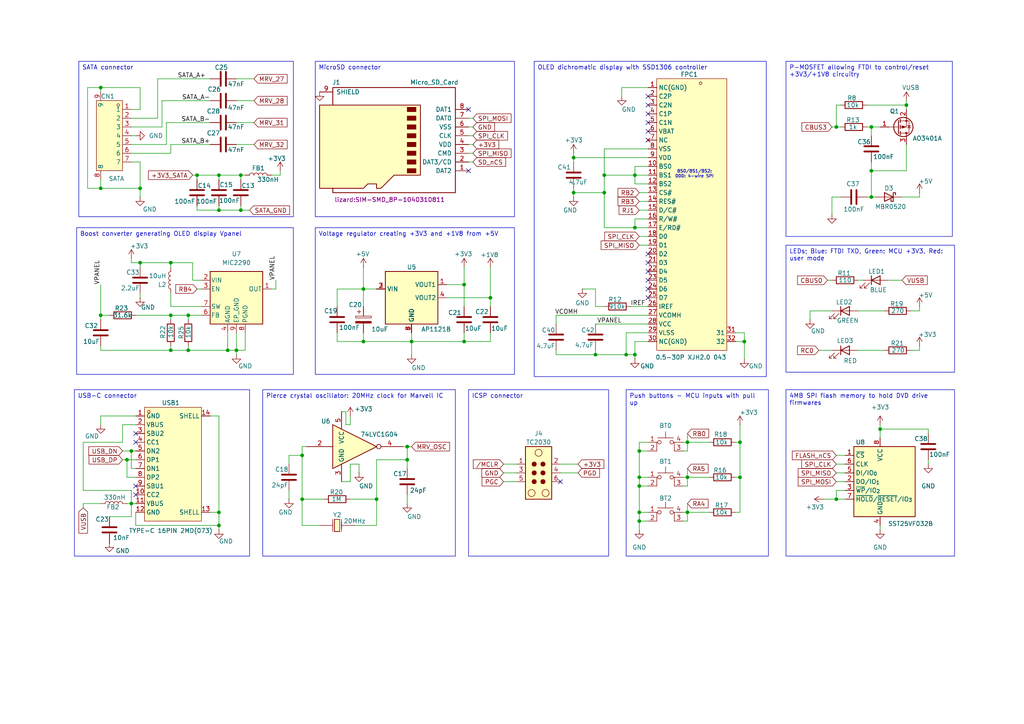
<source format=kicad_sch>
(kicad_sch (version 20250114) (generator "eeschema") (generator_version "9.0")
  (paper "A4")
  (text "BS0/BS1/BS2:\n000: 4-wire SPI" (at 201.422 50.546 0) (effects (font (size 0.889 0.889))))
  (text_box "Boost converter generating OLED display Vpanel" (at 22.225 66.04 0) (size 62.865 42.545) (margins 0.9525 0.9525 0.9525 0.9525) (effects (font (size 1.27 1.27)) (justify left top)))
  (text_box "4MB SPI flash memory to hold DVD drive firmwares" (at 227.965 113.03 0) (size 48.895 48.26) (margins 0.9525 0.9525 0.9525 0.9525) (effects (font (size 1.27 1.27)) (justify left top)))
  (text_box "Voltage regulator creating +3V3 and +1V8 from +5V" (at 91.44 66.04 0) (size 57.785 42.545) (margins 0.9525 0.9525 0.9525 0.9525) (effects (font (size 1.27 1.27)) (justify left top)))
  (text_box "Pierce crystal oscillator: 20MHz clock for Marvell IC" (at 76.2 113.03 0) (size 55.88 48.26) (margins 0.9525 0.9525 0.9525 0.9525) (effects (font (size 1.27 1.27)) (justify left top)))
  (text_box "USB-C connector" (at 21.59 113.03 0) (size 50.8 48.26) (margins 0.9525 0.9525 0.9525 0.9525) (effects (font (size 1.27 1.27)) (justify left top)))
  (text_box "SATA connector" (at 22.86 17.78 0) (size 62.23 45.085) (margins 0.9525 0.9525 0.9525 0.9525) (effects (font (size 1.27 1.27)) (justify left top)))
  (text_box "OLED dichromatic display with SSD1306 controller" (at 154.94 17.78 0) (size 67.31 91.44) (margins 0.9525 0.9525 0.9525 0.9525) (effects (font (size 1.27 1.27)) (justify left top)))
  (text_box "Push buttons - MCU inputs with pull up" (at 181.61 113.03 0) (size 41.275 48.26) (margins 0.9525 0.9525 0.9525 0.9525) (effects (font (size 1.27 1.27)) (justify left top)))
  (text_box "MicroSD connector" (at 91.44 17.78 0) (size 57.785 45.085) (margins 0.9525 0.9525 0.9525 0.9525) (effects (font (size 1.27 1.27)) (justify left top)))
  (text_box "P-MOSFET allowing FTDI to control/reset +3V3/+1V8 circuitry" (at 227.965 17.78 0) (size 48.26 50.8) (margins 0.9525 0.9525 0.9525 0.9525) (effects (font (size 1.27 1.27)) (justify left top)))
  (text_box "LEDs; Blue: FTDI TXD, Green: MCU +3V3, Red: user mode" (at 227.965 71.12 0) (size 48.895 36.83) (margins 0.9525 0.9525 0.9525 0.9525) (effects (font (size 1.27 1.27)) (justify left top)))
  (text_box "ICSP connector" (at 135.89 113.03 0) (size 40.64 48.26) (margins 0.9525 0.9525 0.9525 0.9525) (effects (font (size 1.27 1.27)) (justify left top)))
  (junction (at 185.42 130.81))
  (junction (at 49.53 91.44))
  (junction (at 185.42 151.13))
  (junction (at 54.61 101.6))
  (junction (at 252.73 49.53))
  (junction (at 63.5 148.59))
  (junction (at 185.42 140.97))
  (junction (at 214.63 138.43))
  (junction (at 184.15 66.04))
  (junction (at 105.41 99.06))
  (junction (at 38.1 130.81))
  (junction (at 255.27 124.46))
  (junction (at 118.11 133.35))
  (junction (at 40.64 54.61))
  (junction (at 184.15 102.87))
  (junction (at 49.53 76.2))
  (junction (at 63.5 60.96))
  (junction (at 252.73 57.15))
  (junction (at 29.21 54.61))
  (junction (at 87.63 132.08))
  (junction (at 172.72 102.87))
  (junction (at 214.63 128.27))
  (junction (at 181.61 102.87))
  (junction (at 68.58 101.6))
  (junction (at 184.15 50.8))
  (junction (at 199.39 128.27))
  (junction (at 175.26 55.88))
  (junction (at 119.38 99.06))
  (junction (at 29.21 91.44))
  (junction (at 185.42 138.43))
  (junction (at 57.15 50.8))
  (junction (at 87.63 144.78))
  (junction (at 242.57 36.83))
  (junction (at 134.62 82.55))
  (junction (at 63.5 152.4))
  (junction (at 242.57 144.78))
  (junction (at 69.85 50.8))
  (junction (at 199.39 148.59))
  (junction (at 69.85 60.96))
  (junction (at 54.61 91.44))
  (junction (at 262.89 30.48))
  (junction (at 134.62 99.06))
  (junction (at 215.9 99.06))
  (junction (at 49.53 101.6))
  (junction (at 118.11 129.54))
  (junction (at 36.83 133.35))
  (junction (at 142.24 86.36))
  (junction (at 252.73 36.83))
  (junction (at 166.37 55.88))
  (junction (at 38.1 146.05))
  (junction (at 166.37 45.72))
  (junction (at 175.26 50.8))
  (junction (at 185.42 148.59))
  (junction (at 63.5 50.8))
  (junction (at 199.39 138.43))
  (junction (at 29.21 25.4))
  (junction (at 105.41 83.82))
  (junction (at 66.04 101.6))
  (junction (at 109.22 144.78))
  (junction (at 40.64 76.2))
  (no_connect (at 39.37 128.27))
  (no_connect (at 187.96 35.56))
  (no_connect (at 187.96 40.64))
  (no_connect (at 187.96 78.74))
  (no_connect (at 39.37 125.73))
  (no_connect (at 187.96 30.48))
  (no_connect (at 187.96 81.28))
  (no_connect (at 187.96 76.2))
  (no_connect (at 187.96 83.82))
  (no_connect (at 162.56 139.7))
  (no_connect (at 39.37 140.97))
  (no_connect (at 135.89 31.75))
  (no_connect (at 187.96 86.36))
  (no_connect (at 187.96 38.1))
  (no_connect (at 187.96 27.94))
  (no_connect (at 39.37 143.51))
  (no_connect (at 187.96 73.66))
  (no_connect (at 187.96 33.02))
  (no_connect (at 135.89 49.53))
  (wire (pts (xy 25.4 25.4) (xy 25.4 54.61)))
  (wire (pts (xy 109.22 133.35) (xy 118.11 133.35)))
  (wire (pts (xy 166.37 45.72) (xy 166.37 46.99)))
  (wire (pts (xy 55.88 76.2) (xy 55.88 81.28)))
  (wire (pts (xy 97.79 99.06) (xy 105.41 99.06)))
  (wire (pts (xy 35.56 128.27) (xy 35.56 123.19)))
  (wire (pts (xy 35.56 130.81) (xy 38.1 130.81)))
  (wire (pts (xy 105.41 96.52) (xy 105.41 99.06)))
  (wire (pts (xy 78.74 50.8) (xy 81.28 50.8)))
  (wire (pts (xy 161.29 102.87) (xy 161.29 101.6)))
  (wire (pts (xy 135.89 44.45) (xy 137.16 44.45)))
  (wire (pts (xy 175.26 55.88) (xy 175.26 66.04)))
  (wire (pts (xy 49.53 76.2) (xy 55.88 76.2)))
  (wire (pts (xy 242.57 139.7) (xy 245.11 139.7)))
  (wire (pts (xy 129.54 86.36) (xy 142.24 86.36)))
  (wire (pts (xy 234.95 92.71) (xy 234.95 90.17)))
  (wire (pts (xy 87.63 152.4) (xy 92.71 152.4)))
  (wire (pts (xy 242.57 142.24) (xy 242.57 144.78)))
  (wire (pts (xy 266.7 88.9) (xy 266.7 90.17)))
  (wire (pts (xy 54.61 100.33) (xy 54.61 101.6)))
  (wire (pts (xy 69.85 50.8) (xy 69.85 52.07)))
  (wire (pts (xy 198.12 138.43) (xy 199.39 138.43)))
  (wire (pts (xy 213.36 138.43) (xy 214.63 138.43)))
  (wire (pts (xy 242.57 137.16) (xy 245.11 137.16)))
  (wire (pts (xy 134.62 99.06) (xy 142.24 99.06)))
  (wire (pts (xy 146.05 139.7) (xy 149.86 139.7)))
  (wire (pts (xy 252.73 49.53) (xy 262.89 49.53)))
  (wire (pts (xy 105.41 99.06) (xy 119.38 99.06)))
  (wire (pts (xy 243.84 36.83) (xy 242.57 36.83)))
  (wire (pts (xy 63.5 120.65) (xy 63.5 148.59)))
  (wire (pts (xy 38.1 31.75) (xy 40.64 31.75)))
  (wire (pts (xy 172.72 83.82) (xy 168.91 83.82)))
  (wire (pts (xy 180.34 25.4) (xy 187.96 25.4)))
  (wire (pts (xy 80.01 83.82) (xy 78.74 83.82)))
  (wire (pts (xy 58.42 81.28) (xy 55.88 81.28)))
  (wire (pts (xy 38.1 146.05) (xy 38.1 142.24)))
  (wire (pts (xy 48.26 35.56) (xy 48.26 41.91)))
  (wire (pts (xy 57.15 83.82) (xy 58.42 83.82)))
  (wire (pts (xy 248.92 81.28) (xy 250.19 81.28)))
  (wire (pts (xy 187.96 96.52) (xy 181.61 96.52)))
  (wire (pts (xy 101.6 120.65) (xy 101.6 123.19)))
  (wire (pts (xy 39.37 148.59) (xy 39.37 152.4)))
  (wire (pts (xy 45.72 22.86) (xy 60.96 22.86)))
  (wire (pts (xy 198.12 140.97) (xy 199.39 140.97)))
  (wire (pts (xy 57.15 50.8) (xy 57.15 52.07)))
  (wire (pts (xy 184.15 63.5) (xy 187.96 63.5)))
  (wire (pts (xy 134.62 82.55) (xy 134.62 88.9)))
  (wire (pts (xy 31.75 149.86) (xy 38.1 149.86)))
  (wire (pts (xy 215.9 99.06) (xy 213.36 99.06)))
  (wire (pts (xy 71.12 50.8) (xy 69.85 50.8)))
  (wire (pts (xy 101.6 139.7) (xy 99.06 139.7)))
  (wire (pts (xy 199.39 135.89) (xy 199.39 138.43)))
  (wire (pts (xy 199.39 146.05) (xy 199.39 148.59)))
  (wire (pts (xy 87.63 129.54) (xy 88.9 129.54)))
  (wire (pts (xy 199.39 140.97) (xy 199.39 138.43)))
  (wire (pts (xy 264.16 101.6) (xy 266.7 101.6)))
  (wire (pts (xy 187.96 48.26) (xy 184.15 48.26)))
  (wire (pts (xy 184.15 50.8) (xy 187.96 50.8)))
  (wire (pts (xy 146.05 137.16) (xy 149.86 137.16)))
  (wire (pts (xy 142.24 99.06) (xy 142.24 96.52)))
  (wire (pts (xy 181.61 96.52) (xy 181.61 102.87)))
  (wire (pts (xy 119.38 99.06) (xy 134.62 99.06)))
  (wire (pts (xy 46.99 29.21) (xy 60.96 29.21)))
  (wire (pts (xy 185.42 71.12) (xy 187.96 71.12)))
  (wire (pts (xy 118.11 143.51) (xy 118.11 146.05)))
  (wire (pts (xy 252.73 46.99) (xy 252.73 49.53)))
  (wire (pts (xy 242.57 132.08) (xy 245.11 132.08)))
  (wire (pts (xy 166.37 55.88) (xy 175.26 55.88)))
  (wire (pts (xy 97.79 96.52) (xy 97.79 99.06)))
  (wire (pts (xy 29.21 52.07) (xy 29.21 54.61)))
  (wire (pts (xy 185.42 148.59) (xy 185.42 151.13)))
  (wire (pts (xy 35.56 123.19) (xy 39.37 123.19)))
  (wire (pts (xy 175.26 50.8) (xy 184.15 50.8)))
  (wire (pts (xy 240.03 81.28) (xy 241.3 81.28)))
  (wire (pts (xy 109.22 152.4) (xy 102.87 152.4)))
  (wire (pts (xy 242.57 144.78) (xy 245.11 144.78)))
  (wire (pts (xy 175.26 50.8) (xy 175.26 55.88)))
  (wire (pts (xy 129.54 82.55) (xy 134.62 82.55)))
  (wire (pts (xy 24.13 146.05) (xy 29.21 146.05)))
  (wire (pts (xy 199.39 128.27) (xy 199.39 130.81)))
  (wire (pts (xy 199.39 148.59) (xy 199.39 151.13)))
  (wire (pts (xy 80.01 81.28) (xy 80.01 83.82)))
  (wire (pts (xy 40.64 46.99) (xy 38.1 46.99)))
  (wire (pts (xy 172.72 102.87) (xy 181.61 102.87)))
  (wire (pts (xy 73.66 22.86) (xy 68.58 22.86)))
  (wire (pts (xy 242.57 142.24) (xy 245.11 142.24)))
  (wire (pts (xy 60.96 148.59) (xy 63.5 148.59)))
  (wire (pts (xy 161.29 102.87) (xy 172.72 102.87)))
  (wire (pts (xy 24.13 146.05) (xy 24.13 147.32)))
  (wire (pts (xy 29.21 91.44) (xy 29.21 92.71)))
  (wire (pts (xy 29.21 91.44) (xy 31.75 91.44)))
  (wire (pts (xy 135.89 39.37) (xy 137.16 39.37)))
  (wire (pts (xy 105.41 77.47) (xy 105.41 83.82)))
  (wire (pts (xy 69.85 50.8) (xy 63.5 50.8)))
  (wire (pts (xy 266.7 100.33) (xy 266.7 101.6)))
  (wire (pts (xy 251.46 36.83) (xy 252.73 36.83)))
  (wire (pts (xy 66.04 96.52) (xy 66.04 101.6)))
  (wire (pts (xy 63.5 148.59) (xy 63.5 152.4)))
  (wire (pts (xy 101.6 139.7) (xy 101.6 134.62)))
  (wire (pts (xy 214.63 128.27) (xy 213.36 128.27)))
  (wire (pts (xy 241.3 57.15) (xy 241.3 62.23)))
  (wire (pts (xy 184.15 102.87) (xy 181.61 102.87)))
  (wire (pts (xy 187.96 43.18) (xy 175.26 43.18)))
  (wire (pts (xy 68.58 101.6) (xy 68.58 102.87)))
  (wire (pts (xy 243.84 57.15) (xy 241.3 57.15)))
  (wire (pts (xy 66.04 101.6) (xy 68.58 101.6)))
  (wire (pts (xy 251.46 57.15) (xy 252.73 57.15)))
  (wire (pts (xy 252.73 57.15) (xy 254 57.15)))
  (wire (pts (xy 269.24 133.35) (xy 269.24 134.62)))
  (wire (pts (xy 38.1 130.81) (xy 38.1 135.89)))
  (wire (pts (xy 36.83 133.35) (xy 39.37 133.35)))
  (wire (pts (xy 185.42 130.81) (xy 187.96 130.81)))
  (wire (pts (xy 101.6 134.62) (xy 104.14 134.62)))
  (wire (pts (xy 142.24 86.36) (xy 142.24 88.9)))
  (wire (pts (xy 162.56 134.62) (xy 167.64 134.62)))
  (wire (pts (xy 172.72 88.9) (xy 172.72 83.82)))
  (wire (pts (xy 215.9 96.52) (xy 215.9 99.06)))
  (wire (pts (xy 119.38 96.52) (xy 119.38 99.06)))
  (wire (pts (xy 87.63 144.78) (xy 93.98 144.78)))
  (wire (pts (xy 166.37 55.88) (xy 166.37 57.15)))
  (wire (pts (xy 184.15 48.26) (xy 184.15 50.8)))
  (wire (pts (xy 54.61 91.44) (xy 54.61 92.71)))
  (wire (pts (xy 262.89 29.21) (xy 262.89 30.48)))
  (wire (pts (xy 185.42 130.81) (xy 185.42 138.43)))
  (wire (pts (xy 68.58 101.6) (xy 71.12 101.6)))
  (wire (pts (xy 199.39 125.73) (xy 199.39 128.27)))
  (wire (pts (xy 38.1 74.93) (xy 38.1 76.2)))
  (wire (pts (xy 185.42 60.96) (xy 187.96 60.96)))
  (wire (pts (xy 175.26 66.04) (xy 184.15 66.04)))
  (wire (pts (xy 87.63 132.08) (xy 87.63 144.78)))
  (wire (pts (xy 35.56 133.35) (xy 36.83 133.35)))
  (wire (pts (xy 72.39 60.96) (xy 69.85 60.96)))
  (wire (pts (xy 166.37 55.88) (xy 166.37 54.61)))
  (wire (pts (xy 234.95 90.17) (xy 241.3 90.17)))
  (wire (pts (xy 40.64 25.4) (xy 40.64 31.75)))
  (wire (pts (xy 146.05 134.62) (xy 149.86 134.62)))
  (wire (pts (xy 49.53 41.91) (xy 60.96 41.91)))
  (wire (pts (xy 184.15 53.34) (xy 187.96 53.34)))
  (wire (pts (xy 175.26 43.18) (xy 175.26 50.8)))
  (wire (pts (xy 184.15 50.8) (xy 184.15 53.34)))
  (wire (pts (xy 40.64 57.15) (xy 40.64 54.61)))
  (wire (pts (xy 214.63 128.27) (xy 214.63 138.43)))
  (wire (pts (xy 24.13 128.27) (xy 35.56 128.27)))
  (wire (pts (xy 185.42 58.42) (xy 187.96 58.42)))
  (wire (pts (xy 83.82 142.24) (xy 83.82 144.78)))
  (wire (pts (xy 135.89 46.99) (xy 137.16 46.99)))
  (wire (pts (xy 185.42 128.27) (xy 185.42 130.81)))
  (wire (pts (xy 135.89 41.91) (xy 137.16 41.91)))
  (wire (pts (xy 264.16 90.17) (xy 266.7 90.17)))
  (wire (pts (xy 135.89 36.83) (xy 137.16 36.83)))
  (wire (pts (xy 109.22 144.78) (xy 109.22 133.35)))
  (wire (pts (xy 162.56 137.16) (xy 167.64 137.16)))
  (wire (pts (xy 57.15 59.69) (xy 57.15 60.96)))
  (wire (pts (xy 29.21 100.33) (xy 29.21 101.6)))
  (wire (pts (xy 29.21 25.4) (xy 40.64 25.4)))
  (wire (pts (xy 49.53 101.6) (xy 54.61 101.6)))
  (wire (pts (xy 38.1 135.89) (xy 39.37 135.89)))
  (wire (pts (xy 63.5 50.8) (xy 63.5 52.07)))
  (wire (pts (xy 40.64 86.36) (xy 40.64 85.09)))
  (wire (pts (xy 58.42 88.9) (xy 49.53 88.9)))
  (wire (pts (xy 29.21 82.55) (xy 29.21 91.44)))
  (wire (pts (xy 187.96 138.43) (xy 185.42 138.43)))
  (wire (pts (xy 29.21 101.6) (xy 49.53 101.6)))
  (wire (pts (xy 100.33 123.19) (xy 100.33 119.38)))
  (wire (pts (xy 166.37 44.45) (xy 166.37 45.72)))
  (wire (pts (xy 199.39 151.13) (xy 198.12 151.13)))
  (wire (pts (xy 40.64 54.61) (xy 40.64 46.99)))
  (wire (pts (xy 252.73 39.37) (xy 252.73 36.83)))
  (wire (pts (xy 63.5 153.67) (xy 63.5 152.4)))
  (wire (pts (xy 215.9 99.06) (xy 215.9 104.14)))
  (wire (pts (xy 55.88 50.8) (xy 57.15 50.8)))
  (wire (pts (xy 73.66 41.91) (xy 68.58 41.91)))
  (wire (pts (xy 248.92 101.6) (xy 256.54 101.6)))
  (wire (pts (xy 172.72 93.98) (xy 187.96 93.98)))
  (wire (pts (xy 185.42 151.13) (xy 185.42 153.67)))
  (wire (pts (xy 83.82 132.08) (xy 83.82 134.62)))
  (wire (pts (xy 180.34 27.94) (xy 180.34 25.4)))
  (wire (pts (xy 81.28 49.53) (xy 81.28 50.8)))
  (wire (pts (xy 38.1 142.24) (xy 24.13 142.24)))
  (wire (pts (xy 87.63 129.54) (xy 87.63 132.08)))
  (wire (pts (xy 29.21 123.19) (xy 29.21 120.65)))
  (wire (pts (xy 57.15 50.8) (xy 63.5 50.8)))
  (wire (pts (xy 25.4 54.61) (xy 29.21 54.61)))
  (wire (pts (xy 54.61 101.6) (xy 66.04 101.6)))
  (wire (pts (xy 172.72 88.9) (xy 175.26 88.9)))
  (wire (pts (xy 161.29 93.98) (xy 161.29 91.44)))
  (wire (pts (xy 63.5 59.69) (xy 63.5 60.96)))
  (wire (pts (xy 266.7 57.15) (xy 266.7 55.88)))
  (wire (pts (xy 40.64 54.61) (xy 29.21 54.61)))
  (wire (pts (xy 49.53 41.91) (xy 49.53 44.45)))
  (wire (pts (xy 49.53 101.6) (xy 49.53 100.33)))
  (wire (pts (xy 172.72 102.87) (xy 172.72 101.6)))
  (wire (pts (xy 262.89 30.48) (xy 262.89 31.75)))
  (wire (pts (xy 49.53 44.45) (xy 38.1 44.45)))
  (wire (pts (xy 199.39 128.27) (xy 198.12 128.27)))
  (wire (pts (xy 46.99 29.21) (xy 46.99 36.83)))
  (wire (pts (xy 199.39 138.43) (xy 205.74 138.43)))
  (wire (pts (xy 105.41 88.9) (xy 105.41 83.82)))
  (wire (pts (xy 134.62 77.47) (xy 134.62 82.55)))
  (wire (pts (xy 184.15 99.06) (xy 184.15 102.87)))
  (wire (pts (xy 142.24 77.47) (xy 142.24 86.36)))
  (wire (pts (xy 49.53 91.44) (xy 54.61 91.44)))
  (wire (pts (xy 242.57 134.62) (xy 245.11 134.62)))
  (wire (pts (xy 257.81 81.28) (xy 261.62 81.28)))
  (wire (pts (xy 101.6 144.78) (xy 109.22 144.78)))
  (wire (pts (xy 237.49 101.6) (xy 241.3 101.6)))
  (wire (pts (xy 38.1 149.86) (xy 38.1 146.05)))
  (wire (pts (xy 46.99 36.83) (xy 38.1 36.83)))
  (wire (pts (xy 213.36 96.52) (xy 215.9 96.52)))
  (wire (pts (xy 185.42 151.13) (xy 187.96 151.13)))
  (wire (pts (xy 48.26 41.91) (xy 38.1 41.91)))
  (wire (pts (xy 255.27 152.4) (xy 255.27 153.67)))
  (wire (pts (xy 182.88 88.9) (xy 187.96 88.9)))
  (wire (pts (xy 187.96 148.59) (xy 185.42 148.59)))
  (wire (pts (xy 29.21 25.4) (xy 29.21 26.67)))
  (wire (pts (xy 38.1 39.37) (xy 39.37 39.37)))
  (wire (pts (xy 166.37 45.72) (xy 187.96 45.72)))
  (wire (pts (xy 269.24 125.73) (xy 269.24 124.46)))
  (wire (pts (xy 116.84 129.54) (xy 118.11 129.54)))
  (wire (pts (xy 49.53 92.71) (xy 49.53 91.44)))
  (wire (pts (xy 248.92 90.17) (xy 256.54 90.17)))
  (wire (pts (xy 262.89 49.53) (xy 262.89 41.91)))
  (wire (pts (xy 242.57 36.83) (xy 242.57 30.48)))
  (wire (pts (xy 36.83 138.43) (xy 36.83 133.35)))
  (wire (pts (xy 213.36 148.59) (xy 214.63 148.59)))
  (wire (pts (xy 185.42 140.97) (xy 185.42 148.59)))
  (wire (pts (xy 73.66 35.56) (xy 68.58 35.56)))
  (wire (pts (xy 45.72 22.86) (xy 45.72 34.29)))
  (wire (pts (xy 252.73 57.15) (xy 252.73 49.53)))
  (wire (pts (xy 29.21 25.4) (xy 25.4 25.4)))
  (wire (pts (xy 97.79 83.82) (xy 105.41 83.82)))
  (wire (pts (xy 261.62 57.15) (xy 266.7 57.15)))
  (wire (pts (xy 40.64 76.2) (xy 49.53 76.2)))
  (wire (pts (xy 118.11 133.35) (xy 118.11 129.54)))
  (wire (pts (xy 242.57 30.48) (xy 243.84 30.48)))
  (wire (pts (xy 101.6 123.19) (xy 100.33 123.19)))
  (wire (pts (xy 185.42 138.43) (xy 185.42 140.97)))
  (wire (pts (xy 199.39 148.59) (xy 205.74 148.59)))
  (wire (pts (xy 184.15 66.04) (xy 187.96 66.04)))
  (wire (pts (xy 255.27 123.19) (xy 255.27 124.46)))
  (wire (pts (xy 45.72 34.29) (xy 38.1 34.29)))
  (wire (pts (xy 251.46 30.48) (xy 262.89 30.48)))
  (wire (pts (xy 29.21 120.65) (xy 39.37 120.65)))
  (wire (pts (xy 185.42 68.58) (xy 187.96 68.58)))
  (wire (pts (xy 39.37 91.44) (xy 49.53 91.44)))
  (wire (pts (xy 134.62 96.52) (xy 134.62 99.06)))
  (wire (pts (xy 198.12 148.59) (xy 199.39 148.59)))
  (wire (pts (xy 118.11 133.35) (xy 118.11 135.89)))
  (wire (pts (xy 54.61 91.44) (xy 58.42 91.44)))
  (wire (pts (xy 38.1 76.2) (xy 40.64 76.2)))
  (wire (pts (xy 73.66 29.21) (xy 68.58 29.21)))
  (wire (pts (xy 39.37 152.4) (xy 63.5 152.4)))
  (wire (pts (xy 161.29 91.44) (xy 187.96 91.44)))
  (wire (pts (xy 48.26 35.56) (xy 60.96 35.56)))
  (wire (pts (xy 24.13 142.24) (xy 24.13 128.27)))
  (wire (pts (xy 135.89 34.29) (xy 137.16 34.29)))
  (wire (pts (xy 69.85 60.96) (xy 63.5 60.96)))
  (wire (pts (xy 255.27 124.46) (xy 269.24 124.46)))
  (wire (pts (xy 184.15 102.87) (xy 184.15 104.14)))
  (wire (pts (xy 105.41 83.82) (xy 109.22 83.82)))
  (wire (pts (xy 199.39 128.27) (xy 205.74 128.27)))
  (wire (pts (xy 38.1 146.05) (xy 39.37 146.05)))
  (wire (pts (xy 69.85 60.96) (xy 69.85 59.69)))
  (wire (pts (xy 119.38 102.87) (xy 119.38 99.06)))
  (wire (pts (xy 184.15 63.5) (xy 184.15 66.04)))
  (wire (pts (xy 39.37 138.43) (xy 36.83 138.43)))
  (wire (pts (xy 49.53 77.47) (xy 49.53 76.2)))
  (wire (pts (xy 185.42 55.88) (xy 187.96 55.88)))
  (wire (pts (xy 187.96 128.27) (xy 185.42 128.27)))
  (wire (pts (xy 60.96 120.65) (xy 63.5 120.65)))
  (wire (pts (xy 118.11 129.54) (xy 119.38 129.54)))
  (wire (pts (xy 63.5 60.96) (xy 57.15 60.96)))
  (wire (pts (xy 87.63 144.78) (xy 87.63 152.4)))
  (wire (pts (xy 39.37 130.81) (xy 38.1 130.81)))
  (wire (pts (xy 71.12 96.52) (xy 71.12 101.6)))
  (wire (pts (xy 242.57 36.83) (xy 241.3 36.83)))
  (wire (pts (xy 49.53 85.09) (xy 49.53 88.9)))
  (wire (pts (xy 104.14 137.16) (xy 104.14 134.62)))
  (wire (pts (xy 100.33 119.38) (xy 99.06 119.38)))
  (wire (pts (xy 199.39 130.81) (xy 198.12 130.81)))
  (wire (pts (xy 109.22 152.4) (xy 109.22 144.78)))
  (wire (pts (xy 187.96 99.06) (xy 184.15 99.06)))
  (wire (pts (xy 214.63 138.43) (xy 214.63 148.59)))
  (wire (pts (xy 255.27 124.46) (xy 255.27 127)))
  (wire (pts (xy 83.82 132.08) (xy 87.63 132.08)))
  (wire (pts (xy 214.63 123.19) (xy 214.63 128.27)))
  (wire (pts (xy 40.64 76.2) (xy 40.64 77.47)))
  (wire (pts (xy 68.58 96.52) (xy 68.58 101.6)))
  (wire (pts (xy 252.73 36.83) (xy 255.27 36.83)))
  (wire (pts (xy 238.76 144.78) (xy 242.57 144.78)))
  (wire (pts (xy 185.42 140.97) (xy 187.96 140.97)))
  (wire (pts (xy 97.79 88.9) (xy 97.79 83.82)))
  (wire (pts (xy 36.83 146.05) (xy 38.1 146.05)))
  (label "SATA_B-" (at 60.96 35.56 180))
  (label "SATA_B+" (at 60.96 41.91 180))
  (label "VPANEL" (at 180.34 93.98 180))
  (label "VPANEL" (at 29.21 82.55 90))
  (label "VCOMH" (at 167.64 91.44 180))
  (label "SATA_A-" (at 60.96 29.21 180))
  (label "VPANEL" (at 80.01 81.28 90))
  (label "SATA_A+" (at 59.69 22.86 180))
  (label "IREF" (at 182.88 88.9 0))
  (global_label "RB2" (shape input) (at 185.42 55.88 180) (property "Intersheetrefs" "${INTERSHEET_REFS}" (effects (hide yes))))
  (global_label "RB3" (shape input) (at 185.42 58.42 180) (property "Intersheetrefs" "${INTERSHEET_REFS}" (effects (hide yes))))
  (global_label "VUSB" (shape input) (at 261.62 81.28 0) (property "Intersheetrefs" "${INTERSHEET_REFS}" (effects (hide yes))))
  (global_label "RA5" (shape input) (at 199.39 135.89 0) (property "Intersheetrefs" "${INTERSHEET_REFS}" (effects (hide yes))))
  (global_label "+3V3" (shape input) (at 137.16 41.91 0) (property "Intersheetrefs" "${INTERSHEET_REFS}" (effects (hide yes))))
  (global_label "RA4" (shape input) (at 199.39 146.05 0) (property "Intersheetrefs" "${INTERSHEET_REFS}" (effects (hide yes))))
  (global_label "RB4" (shape input) (at 57.15 83.82 180) (property "Intersheetrefs" "${INTERSHEET_REFS}" (effects (hide yes))))
  (global_label "GND" (shape input) (at 137.16 36.83 0) (property "Intersheetrefs" "${INTERSHEET_REFS}" (effects (hide yes))))
  (global_label "MRV_OSC" (shape input) (at 119.38 129.54 0) (property "Intersheetrefs" "${INTERSHEET_REFS}" (effects (hide yes))))
  (global_label "MRV_27" (shape input) (at 73.66 22.86 0) (property "Intersheetrefs" "${INTERSHEET_REFS}" (effects (hide yes))))
  (global_label "SPI_CLK" (shape input) (at 137.16 39.37 0) (property "Intersheetrefs" "${INTERSHEET_REFS}" (effects (hide yes))))
  (global_label "GND" (shape input) (at 146.05 137.16 180) (property "Intersheetrefs" "${INTERSHEET_REFS}" (effects (hide yes))))
  (global_label "PGC" (shape input) (at 146.05 139.7 180) (property "Intersheetrefs" "${INTERSHEET_REFS}" (effects (hide yes))))
  (global_label "SPI_MISO" (shape input) (at 185.42 71.12 180) (property "Intersheetrefs" "${INTERSHEET_REFS}" (effects (hide yes))))
  (global_label "SD_nCS" (shape input) (at 137.16 46.99 0) (property "Intersheetrefs" "${INTERSHEET_REFS}" (effects (hide yes))))
  (global_label "RC0" (shape input) (at 237.49 101.6 180) (property "Intersheetrefs" "${INTERSHEET_REFS}" (effects (hide yes))))
  (global_label "{slash}MCLR" (shape input) (at 146.05 134.62 180) (property "Intersheetrefs" "${INTERSHEET_REFS}" (effects (hide yes))))
  (global_label "SPI_CLK" (shape input) (at 185.42 68.58 180) (property "Intersheetrefs" "${INTERSHEET_REFS}" (effects (hide yes))))
  (global_label "MRV_28" (shape input) (at 73.66 29.21 0) (property "Intersheetrefs" "${INTERSHEET_REFS}" (effects (hide yes))))
  (global_label "+3V3" (shape input) (at 167.64 134.62 0) (property "Intersheetrefs" "${INTERSHEET_REFS}" (effects (hide yes))))
  (global_label "USB_DN" (shape input) (at 35.56 130.81 180) (property "Intersheetrefs" "${INTERSHEET_REFS}" (effects (hide yes))))
  (global_label "FLASH_nCS" (shape input) (at 242.57 132.08 180) (property "Intersheetrefs" "${INTERSHEET_REFS}" (effects (hide yes))))
  (global_label "SPI_MISO" (shape input) (at 137.16 44.45 0) (property "Intersheetrefs" "${INTERSHEET_REFS}" (effects (hide yes))))
  (global_label "SATA_GND" (shape input) (at 72.39 60.96 0) (property "Intersheetrefs" "${INTERSHEET_REFS}" (effects (hide yes))))
  (global_label "CBUS3" (shape input) (at 241.3 36.83 180) (property "Intersheetrefs" "${INTERSHEET_REFS}" (effects (hide yes))))
  (global_label "SPI_CLK" (shape input) (at 242.57 134.62 180) (property "Intersheetrefs" "${INTERSHEET_REFS}" (effects (hide yes))))
  (global_label "PGD" (shape input) (at 167.64 137.16 0) (property "Intersheetrefs" "${INTERSHEET_REFS}" (effects (hide yes))))
  (global_label "RB0" (shape input) (at 199.39 125.73 0) (property "Intersheetrefs" "${INTERSHEET_REFS}" (effects (hide yes))))
  (global_label "MRV_32" (shape input) (at 73.66 41.91 0) (property "Intersheetrefs" "${INTERSHEET_REFS}" (effects (hide yes))))
  (global_label "RJ1" (shape input) (at 185.42 60.96 180) (property "Intersheetrefs" "${INTERSHEET_REFS}" (effects (hide yes))))
  (global_label "SPI_MOSI" (shape input) (at 242.57 139.7 180) (property "Intersheetrefs" "${INTERSHEET_REFS}" (effects (hide yes))))
  (global_label "SPI_MISO" (shape input) (at 242.57 137.16 180) (property "Intersheetrefs" "${INTERSHEET_REFS}" (effects (hide yes))))
  (global_label "USB_DP" (shape input) (at 35.56 133.35 180) (property "Intersheetrefs" "${INTERSHEET_REFS}" (effects (hide yes))))
  (global_label "MRV_31" (shape input) (at 73.66 35.56 0) (property "Intersheetrefs" "${INTERSHEET_REFS}" (effects (hide yes))))
  (global_label "SPI_MOSI" (shape input) (at 137.16 34.29 0) (property "Intersheetrefs" "${INTERSHEET_REFS}" (effects (hide yes))))
  (global_label "+3V3_SATA" (shape input) (at 55.88 50.8 180) (property "Intersheetrefs" "${INTERSHEET_REFS}" (effects (hide yes))))
  (global_label "CBUS0" (shape input) (at 240.03 81.28 180) (property "Intersheetrefs" "${INTERSHEET_REFS}" (effects (hide yes))))
  (global_label "VUSB" (shape input) (at 24.13 147.32 270) (property "Intersheetrefs" "${INTERSHEET_REFS}" (effects (hide yes))))
  (symbol (lib_id "power:+1V8") (at 142.24 77.47 0) (unit 1)
    (property "Reference" "#PWR06" (effects (hide yes)))
    (property "Value" "+1V8" (at 141.986 73.914 0))
    (property "Description" "Power symbol creates a global label with name \"+1V8\"" (effects (hide yes)))
  )
  (symbol (lib_id "Switch:SW_MEC_5E") (at 193.04 140.97 0) (unit 1)
    (property "Reference" "BT1" (at 193.04 133.858 0))
    (property "Value" "SW_Push" (effects (hide yes)))
    (property "Footprint" "lizard:KEY-SMD_4P-L6.0-W6.0-P4.50-LS9.0" (effects (hide yes)))
    (property "Datasheet" "http://www.apem.com/int/index.php?controller=attachment&id_attachment=1371" (effects (hide yes)))
    (property "Description" "MEC 5E single pole normally-open tactile switch" (effects (hide yes)))
  )
  (symbol (lib_id "Device:C") (at 247.65 57.15 90) (mirror x) (unit 1)
    (property "Reference" "C37" (at 247.396 53.34 90))
    (property "Value" "100nF" (at 247.65 60.706 90))
    (property "Footprint" "Capacitor_SMD:C_0603_1608Metric" (effects (hide yes)))
    (property "Description" "Unpolarized capacitor" (effects (hide yes)))
  )
  (symbol (lib_id "Device:L") (at 49.53 81.28 180) (unit 1)
    (property "Reference" "L2" (at 48.26 82.5501 0) (effects (justify left)))
    (property "Value" "10uH" (at 48.26 80.0101 0) (effects (justify left)))
    (property "Footprint" "Inductor_SMD_Wurth:L_Wurth_WE-LQSH-3012" (effects (hide yes)))
  )
  (symbol (lib_id "lizard:0.5-30PXJH2.0043") (at 201.93 62.23 0) (unit 1)
    (property "Reference" "FPC1" (at 199.898 21.59 0))
    (property "Value" "0.5-30P XJH2.0 043" (at 200.406 103.632 0))
    (property "Footprint" "lizard:FPC-SMD_30P-P0.50_0.5-30P-XJH2.0-043" (effects (hide yes)))
    (property "LCSC Part" "C5373440" (effects (hide yes)))
  )
  (symbol (lib_id "power:GND") (at 68.58 102.87 0) (unit 1)
    (property "Reference" "#PWR029" (effects (hide yes)))
    (property "Value" "GND" (at 71.12 106.172 0))
    (property "Description" "Power symbol creates a global label with name \"GND\" , ground" (effects (hide yes)))
  )
  (symbol (lib_id "power:GND") (at 29.21 123.19 0) (unit 1)
    (property "Reference" "#PWR025" (effects (hide yes)))
    (property "Value" "GND" (at 26.67 126.492 0))
    (property "Description" "Power symbol creates a global label with name \"GND\" , ground" (effects (hide yes)))
  )
  (symbol (lib_id "Device:C") (at 64.77 22.86 270) (mirror x) (unit 1)
    (property "Reference" "C25" (at 62.23 19.558 90) (effects (justify left)))
    (property "Value" "47nF" (at 66.04 24.384 90) (effects (justify left)))
    (property "Footprint" "Capacitor_SMD:C_0603_1608Metric" (effects (hide yes)))
    (property "Description" "Unpolarized capacitor" (effects (hide yes)))
  )
  (symbol (lib_id "power:+3V3") (at 166.37 44.45 0) (unit 1)
    (property "Reference" "#PWR053" (effects (hide yes)))
    (property "Value" "+3V3" (at 166.37 40.64 0))
    (property "Description" "Power symbol creates a global label with name \"+3V3\"" (effects (hide yes)))
  )
  (symbol (lib_id "power:+3V3") (at 255.27 123.19 0) (unit 1)
    (property "Reference" "#PWR011" (effects (hide yes)))
    (property "Value" "+3V3" (at 255.27 118.11 0))
    (property "Description" "Power symbol creates a global label with name \"+3V3\"" (effects (hide yes)))
  )
  (symbol (lib_id "Device:C") (at 57.15 55.88 0) (mirror y) (unit 1)
    (property "Reference" "C14" (at 61.214 53.848 0) (effects (justify left)))
    (property "Value" "100nF" (at 56.642 58.42 0) (effects (justify left)))
    (property "Footprint" "Capacitor_SMD:C_0603_1608Metric" (effects (hide yes)))
    (property "Description" "Unpolarized capacitor" (effects (hide yes)))
  )
  (symbol (lib_id "Device:R") (at 247.65 36.83 270) (unit 1)
    (property "Reference" "R13" (at 247.396 34.798 90))
    (property "Value" "1k" (at 247.396 36.83 90))
    (property "Footprint" "Resistor_SMD:R_0805_2012Metric" (effects (hide yes)))
  )
  (symbol (lib_id "Device:C") (at 64.77 41.91 270) (mirror x) (unit 1)
    (property "Reference" "C27" (at 59.944 38.608 90) (effects (justify left)))
    (property "Value" "47nF" (at 66.04 43.434 90) (effects (justify left)))
    (property "Footprint" "Capacitor_SMD:C_0603_1608Metric" (effects (hide yes)))
    (property "Description" "Unpolarized capacitor" (effects (hide yes)))
  )
  (symbol (lib_id "power:GND") (at 83.82 144.78 0) (unit 1)
    (property "Reference" "#PWR033" (effects (hide yes)))
    (property "Value" "GND" (at 82.804 148.59 0))
    (property "Description" "Power symbol creates a global label with name \"GND\" , ground" (effects (hide yes)))
  )
  (symbol (lib_id "power:GND") (at 269.24 134.62 0) (unit 1)
    (property "Reference" "#PWR039" (effects (hide yes)))
    (property "Value" "GND" (at 269.24 140.97 0))
    (property "Description" "Power symbol creates a global label with name \"GND\" , ground" (effects (hide yes)))
  )
  (symbol (lib_id "power:GND") (at 255.27 153.67 0) (unit 1)
    (property "Reference" "#PWR04" (effects (hide yes)))
    (property "Value" "GND" (at 255.27 158.75 0))
    (property "Description" "Power symbol creates a global label with name \"GND\" , ground" (effects (hide yes)))
  )
  (symbol (lib_id "Memory_Flash:W25Q32JVSS") (at 255.27 139.7 0) (unit 1)
    (property "Reference" "U8" (at 248.158 128.27 0) (effects (justify left)))
    (property "Value" "SST25VF032B" (at 257.556 151.892 0) (effects (justify left)))
    (property "Footprint" "Package_SO:SOIC-8_5.3x5.3mm_P1.27mm" (effects (hide yes)))
    (property "Datasheet" "https://ww1.microchip.com/downloads/en/DeviceDoc/20005071B.pdf" (effects (hide yes)))
    (property "Description" "32Mbit / 4MiB Serial Flash Memory, Standard/Dual/Quad SPI, 2.7-3.6V, SOIC-8 (208 mil)" (effects (hide yes)))
  )
  (symbol (lib_id "power:GND") (at 119.38 102.87 0) (unit 1)
    (property "Reference" "#PWR026" (effects (hide yes)))
    (property "Value" "GND" (at 121.412 106.68 0))
    (property "Description" "Power symbol creates a global label with name \"GND\" , ground" (effects (hide yes)))
  )
  (symbol (lib_id "power:GND") (at 166.37 57.15 0) (unit 1)
    (property "Reference" "#PWR054" (effects (hide yes)))
    (property "Value" "GND" (at 165.354 60.96 0))
    (property "Description" "Power symbol creates a global label with name \"GND\" , ground" (effects (hide yes)))
  )
  (symbol (lib_id "Device:C") (at 118.11 139.7 0) (unit 1)
    (property "Reference" "C17" (at 114.046 137.414 0) (effects (justify left)))
    (property "Value" "24pF" (at 118.872 142.24 0) (effects (justify left)))
    (property "Footprint" "Capacitor_SMD:C_0603_1608Metric" (effects (hide yes)))
    (property "Description" "Unpolarized capacitor" (effects (hide yes)))
  )
  (symbol (lib_id "Device:R") (at 97.79 144.78 90) (unit 1)
    (property "Reference" "R20" (at 99.568 142.748 90) (effects (justify left)))
    (property "Value" "1M" (at 99.06 144.78 90) (effects (justify left)))
    (property "Footprint" "Resistor_SMD:R_0603_1608Metric" (effects (hide yes)))
  )
  (symbol (lib_id "power:GND") (at 40.64 57.15 0) (unit 1)
    (property "Reference" "#PWR01" (effects (hide yes)))
    (property "Value" "GND" (at 43.434 60.706 0))
    (property "Description" "Power symbol creates a global label with name \"GND\" , ground" (effects (hide yes)))
  )
  (symbol (lib_id "Device:LED") (at 245.11 90.17 0) (unit 1)
    (property "Reference" "LED2" (at 244.856 87.63 0))
    (property "Value" "GREEN" (at 245.872 92.964 0))
    (property "Footprint" "LED_SMD:LED_0805_2012Metric_Pad1.15x1.40mm_HandSolder" (effects (hide yes)))
    (property "Description" "Light emitting diode" (effects (hide yes)))
    (property "Sim.Pins" "1=K 2=A" (effects (hide yes)))
  )
  (symbol (lib_id "Device:R") (at 209.55 148.59 90) (mirror x) (unit 1)
    (property "Reference" "R17" (at 209.296 146.558 90))
    (property "Value" "10k" (at 209.296 148.59 90))
    (property "Footprint" "Resistor_SMD:R_0603_1608Metric" (effects (hide yes)))
  )
  (symbol (lib_id "power:GND") (at 180.34 27.94 0) (unit 1)
    (property "Reference" "#PWR058" (effects (hide yes)))
    (property "Value" "GND" (at 182.372 31.75 0))
    (property "Description" "Power symbol creates a global label with name \"GND\" , ground" (effects (hide yes)))
  )
  (symbol (lib_id "Switch:SW_MEC_5E") (at 193.04 151.13 0) (unit 1)
    (property "Reference" "BT2" (at 193.04 144.526 0))
    (property "Value" "SW_Push" (effects (hide yes)))
    (property "Footprint" "lizard:KEY-SMD_4P-L6.0-W6.0-P4.50-LS9.0" (effects (hide yes)))
    (property "Datasheet" "http://www.apem.com/int/index.php?controller=attachment&id_attachment=1371" (effects (hide yes)))
    (property "Description" "MEC 5E single pole normally-open tactile switch" (effects (hide yes)))
  )
  (symbol (lib_id "power:+5V") (at 105.41 77.47 0) (unit 1)
    (property "Reference" "#PWR07" (effects (hide yes)))
    (property "Value" "+5V" (at 105.156 73.66 0))
    (property "Description" "Power symbol creates a global label with name \"+5V\"" (effects (hide yes)))
  )
  (symbol (lib_id "power:+3V3") (at 134.62 77.47 0) (unit 1)
    (property "Reference" "#PWR015" (effects (hide yes)))
    (property "Value" "+3V3" (at 134.366 73.66 0))
    (property "Description" "Power symbol creates a global label with name \"+3V3\"" (effects (hide yes)))
  )
  (symbol (lib_name "L_1") (lib_id "Device:L") (at 33.02 146.05 270) (mirror x) (unit 1)
    (property "Reference" "FB2" (at 32.766 147.066 90))
    (property "Value" "330nH" (at 33.274 144.272 90))
    (property "Footprint" "Inductor_SMD:L_0805_2012Metric_Pad1.15x1.40mm_HandSolder" (effects (hide yes)))
    (property "Description" "Inductor" (effects (hide yes)))
  )
  (symbol (lib_id "power:GND") (at 168.91 83.82 0) (unit 1)
    (property "Reference" "#PWR055" (effects (hide yes)))
    (property "Value" "GND" (at 168.91 87.884 0))
    (property "Description" "Power symbol creates a global label with name \"GND\" , ground" (effects (hide yes)))
  )
  (symbol (lib_id "Switch:SW_MEC_5E") (at 193.04 130.81 0) (unit 1)
    (property "Reference" "BT0" (at 193.04 123.444 0))
    (property "Value" "SW_Push" (effects (hide yes)))
    (property "Footprint" "lizard:KEY-SMD_4P-L6.0-W6.0-P4.50-LS9.0" (effects (hide yes)))
    (property "Datasheet" "http://www.apem.com/int/index.php?controller=attachment&id_attachment=1371" (effects (hide yes)))
    (property "Description" "MEC 5E single pole normally-open tactile switch" (effects (hide yes)))
  )
  (symbol (lib_id "power:+3V3") (at 101.6 120.65 0) (unit 1)
    (property "Reference" "#PWR031" (effects (hide yes)))
    (property "Value" "+3V3" (at 105.41 118.618 0))
    (property "Description" "Power symbol creates a global label with name \"+3V3\"" (effects (hide yes)))
  )
  (symbol (lib_id "lizard:AP1121B") (at 119.38 83.82 0) (unit 1)
    (property "Reference" "U5" (at 119.38 77.47 0))
    (property "Value" "AP1121B" (at 126.492 95.504 0))
    (property "Footprint" "Package_SO:TSSOP-8_3x3mm_P0.65mm" (effects (hide yes)))
    (property "Description" "Dual 500mA μCap Low Dropout Micropower Linear Regulator, 3.3V/1.0V, MSOP-8" (effects (hide yes)))
  )
  (symbol (lib_id "lizard:TYPE-C16PIN2MD(073)") (at 50.8 134.62 0) (unit 1)
    (property "Reference" "USB1" (at 49.53 116.84 0))
    (property "Value" "TYPE-C 16PIN 2MD(073)" (at 49.53 153.924 0))
    (property "Footprint" "lizard:USB-C-SMD_TYPE-C-6PIN-2MD-073" (effects (hide yes)))
    (property "LCSC Part" "C2765186" (effects (hide yes)))
  )
  (symbol (lib_id "74xGxx:74LVC1G04") (at 104.14 129.54 0) (unit 1)
    (property "Reference" "U6" (at 94.488 122.174 0))
    (property "Value" "74LVC1G04" (at 109.982 125.984 0))
    (property "Footprint" "Package_TO_SOT_SMD:SOT-353_SC-70-5" (effects (hide yes)))
    (property "Datasheet" "https://www.ti.com/lit/ds/symlink/sn74lvc1g04.pdf" (effects (hide yes)))
    (property "Description" "Single NOT Gate, Low-Voltage CMOS" (effects (hide yes)))
  )
  (symbol (lib_id "Transistor_FET:AO3401A") (at 260.35 36.83 0) (mirror x) (unit 1)
    (property "Reference" "Q1" (at 258.064 32.258 0) (effects (justify left)))
    (property "Value" "AO3401A" (at 264.668 40.132 0) (effects (justify left)))
    (property "Footprint" "Package_TO_SOT_SMD:SOT-23" (effects (hide yes)))
    (property "Datasheet" "http://www.aosmd.com/pdfs/datasheet/AO3401A.pdf" (effects (hide yes)))
    (property "Description" "-4.0A Id, -30V Vds, P-Channel MOSFET, SOT-23" (effects (hide yes)))
  )
  (symbol (lib_id "Device:C") (at 64.77 29.21 270) (mirror x) (unit 1)
    (property "Reference" "C26" (at 60.198 25.908 90) (effects (justify left)))
    (property "Value" "47nF" (at 66.04 31.242 90) (effects (justify left)))
    (property "Footprint" "Capacitor_SMD:C_0603_1608Metric" (effects (hide yes)))
    (property "Description" "Unpolarized capacitor" (effects (hide yes)))
  )
  (symbol (lib_id "lizard:SATA-401-M07S1BY-A") (at 33.02 39.37 0) (mirror y) (unit 1)
    (property "Reference" "CN1" (at 33.274 27.94 0) (effects (justify left)))
    (property "Value" "SATA" (at 36.068 51.816 0) (effects (justify left)))
    (property "Footprint" "lizard:CONN-SMD_SATA-401-M07S1BY-A" (effects (hide yes)))
    (property "LCSC Part" "C7500835" (effects (hide yes)))
  )
  (symbol (lib_id "power:GND") (at 215.9 104.14 0) (unit 1)
    (property "Reference" "#PWR057" (effects (hide yes)))
    (property "Value" "GND" (at 219.202 106.172 0))
    (property "Description" "Power symbol creates a global label with name \"GND\" , ground" (effects (hide yes)))
  )
  (symbol (lib_id "Device:R") (at 209.55 128.27 90) (mirror x) (unit 1)
    (property "Reference" "R18" (at 209.042 125.984 90))
    (property "Value" "10k" (at 209.296 128.27 90))
    (property "Footprint" "Resistor_SMD:R_0603_1608Metric" (effects (hide yes)))
  )
  (symbol (lib_id "power:GND") (at 118.11 146.05 0) (unit 1)
    (property "Reference" "#PWR032" (effects (hide yes)))
    (property "Value" "GND" (at 120.142 149.86 0))
    (property "Description" "Power symbol creates a global label with name \"GND\" , ground" (effects (hide yes)))
  )
  (symbol (lib_id "Connector:TC2030") (at 154.94 137.16 0) (unit 1) (in_bom no)
    (property "Reference" "J4" (at 156.21 125.73 0))
    (property "Value" "TC2030" (at 156.21 128.27 0))
    (property "Footprint" "Connector:Tag-Connect_TC2030-IDC-NL_2x03_P1.27mm_Vertical" (effects (hide yes)))
    (property "Datasheet" "https://www.tag-connect.com/wp-content/uploads/bsk-pdf-manager/2019/12/TC2030-IDC-NL-Datasheet-Rev-B.pdf" (effects (hide yes)))
    (property "Description" "Tag-Connect’s 6-pins connector" (effects (hide yes)))
  )
  (symbol (lib_id "power:+5V") (at 266.7 88.9 0) (unit 1)
    (property "Reference" "#PWR040" (effects (hide yes)))
    (property "Value" "+5V" (at 268.478 85.598 0))
    (property "Description" "Power symbol creates a global label with name \"+5V\"" (effects (hide yes)))
  )
  (symbol (lib_id "Device:C_Polarized") (at 105.41 92.71 0) (unit 1)
    (property "Reference" "C20" (at 101.092 88.392 0) (effects (justify left)))
    (property "Value" "10uF" (at 107.696 95.504 0) (effects (justify left)))
    (property "Footprint" "Capacitor_SMD:C_1206_3216Metric" (effects (hide yes)))
    (property "Description" "Polarized capacitor" (effects (hide yes)))
  )
  (symbol (lib_id "power:GND") (at 104.14 137.16 0) (unit 1)
    (property "Reference" "#PWR030" (effects (hide yes)))
    (property "Value" "GND" (at 106.172 140.97 0))
    (property "Description" "Power symbol creates a global label with name \"GND\" , ground" (effects (hide yes)))
  )
  (symbol (lib_id "power:GND") (at 184.15 104.14 0) (unit 1)
    (property "Reference" "#PWR052" (effects (hide yes)))
    (property "Value" "GND" (at 187.706 106.172 0))
    (property "Description" "Power symbol creates a global label with name \"GND\" , ground" (effects (hide yes)))
  )
  (symbol (lib_id "power:+5V") (at 266.7 55.88 0) (unit 1)
    (property "Reference" "#PWR051" (effects (hide yes)))
    (property "Value" "+5V" (at 268.478 52.578 0))
    (property "Description" "Power symbol creates a global label with name \"+5V\"" (effects (hide yes)))
  )
  (symbol (lib_id "Device:LED") (at 245.11 101.6 0) (unit 1)
    (property "Reference" "LED3" (at 245.11 98.806 0))
    (property "Value" "RED" (at 246.634 104.648 0))
    (property "Footprint" "LED_SMD:LED_0805_2012Metric_Pad1.15x1.40mm_HandSolder" (effects (hide yes)))
    (property "Description" "Light emitting diode" (effects (hide yes)))
    (property "Sim.Pins" "1=K 2=A" (effects (hide yes)))
  )
  (symbol (lib_id "Device:C") (at 269.24 129.54 0) (unit 1)
    (property "Reference" "C38" (at 265.176 127.254 0) (effects (justify left)))
    (property "Value" "100nF" (at 269.494 131.826 0) (effects (justify left)))
    (property "Footprint" "Capacitor_SMD:C_0603_1608Metric" (effects (hide yes)))
    (property "Description" "Unpolarized capacitor" (effects (hide yes)))
  )
  (symbol (lib_id "Device:C") (at 64.77 35.56 270) (mirror x) (unit 1)
    (property "Reference" "C28" (at 59.944 32.258 90) (effects (justify left)))
    (property "Value" "47nF" (at 66.04 36.83 90) (effects (justify left)))
    (property "Footprint" "Capacitor_SMD:C_0603_1608Metric" (effects (hide yes)))
    (property "Description" "Unpolarized capacitor" (effects (hide yes)))
  )
  (symbol (lib_id "Device:C") (at 69.85 55.88 0) (mirror y) (unit 1)
    (property "Reference" "C13" (at 73.914 53.848 0) (effects (justify left)))
    (property "Value" "100nF" (at 69.596 58.166 0) (effects (justify left)))
    (property "Footprint" "Capacitor_SMD:C_0603_1608Metric" (effects (hide yes)))
    (property "Description" "Unpolarized capacitor" (effects (hide yes)))
  )
  (symbol (lib_id "power:+3V3") (at 214.63 123.19 0) (mirror y) (unit 1)
    (property "Reference" "#PWR016" (effects (hide yes)))
    (property "Value" "+3V3" (at 217.17 119.634 0))
    (property "Description" "Power symbol creates a global label with name \"+3V3\"" (effects (hide yes)))
  )
  (symbol (lib_id "Device:R") (at 260.35 90.17 90) (unit 1)
    (property "Reference" "R19" (at 260.096 88.138 90))
    (property "Value" "270" (at 260.35 90.17 90))
    (property "Footprint" "Resistor_SMD:R_0603_1608Metric" (effects (hide yes)))
  )
  (symbol (lib_id "Device:C") (at 142.24 92.71 180) (unit 1)
    (property "Reference" "C22" (at 141.732 90.424 0) (effects (justify left)))
    (property "Value" "10uF" (at 147.32 95.25 0) (effects (justify left)))
    (property "Footprint" "Capacitor_SMD:C_0805_2012Metric" (effects (hide yes)))
    (property "Description" "Unpolarized capacitor" (effects (hide yes)))
  )
  (symbol (lib_id "lizard:SMD-5032_2P20M20pF30ppm") (at 97.79 152.4 0) (mirror y) (unit 1)
    (property "Reference" "Y2" (at 97.79 149.352 0))
    (property "Value" "20MHz" (at 102.87 151.13 0))
    (property "Footprint" "lizard:OSC-SMD_L5.0-W3.2" (effects (hide yes)))
    (property "Datasheet" "https://lcsc.com/product-detail/Others_Zhejiang-Abel-Elec-SMD-5032-2P-20M-20pF-30ppm_C362485.html" (effects (hide yes)))
    (property "LCSC Part" "C362485" (effects (hide yes)))
  )
  (symbol (lib_id "Device:R") (at 49.53 96.52 0) (unit 1)
    (property "Reference" "R22" (at 47.244 98.298 90) (effects (justify left)))
    (property "Value" "10k" (at 49.53 98.044 90) (effects (justify left)))
    (property "Footprint" "Resistor_SMD:R_0603_1608Metric" (effects (hide yes)))
  )
  (symbol (lib_id "Device:C") (at 83.82 138.43 0) (unit 1)
    (property "Reference" "C18" (at 79.756 136.144 0) (effects (justify left)))
    (property "Value" "24pF" (at 78.74 140.716 0) (effects (justify left)))
    (property "Footprint" "Capacitor_SMD:C_0603_1608Metric" (effects (hide yes)))
    (property "Description" "Unpolarized capacitor" (effects (hide yes)))
  )
  (symbol (lib_id "power:GND") (at 241.3 62.23 0) (mirror y) (unit 1)
    (property "Reference" "#PWR022" (effects (hide yes)))
    (property "Value" "GND" (effects (hide yes)))
    (property "Description" "Power symbol creates a global label with name \"GND\" , ground" (effects (hide yes)))
  )
  (symbol (lib_id "Diode:MBR0520") (at 257.81 57.15 0) (mirror y) (unit 1)
    (property "Reference" "D3" (at 257.81 54.61 0))
    (property "Value" "MBR0520" (at 258.318 59.944 0))
    (property "Footprint" "Diode_SMD:D_SOD-123" (effects (hide yes)))
    (property "Datasheet" "http://www.mccsemi.com/up_pdf/MBR0520~MBR0580(SOD123).pdf" (effects (hide yes)))
    (property "Description" "20V 0.5A Schottky Power Rectifier Diode, SOD-123" (effects (hide yes)))
  )
  (symbol (lib_id "Device:C") (at 172.72 97.79 180) (unit 1)
    (property "Reference" "C42" (at 172.466 95.758 0) (effects (justify left)))
    (property "Value" "4.7uF" (at 172.212 100.076 0) (effects (justify left)))
    (property "Footprint" "Capacitor_SMD:C_0805_2012Metric" (effects (hide yes)))
    (property "Description" "Unpolarized capacitor" (effects (hide yes)))
  )
  (symbol (lib_id "Device:C") (at 31.75 153.67 0) (mirror x) (unit 1)
    (property "Reference" "C23" (at 27.686 150.622 0) (effects (justify left)))
    (property "Value" "10nF" (at 32.766 155.956 0) (effects (justify left)))
    (property "Footprint" "Capacitor_SMD:C_0603_1608Metric" (effects (hide yes)))
    (property "Description" "Unpolarized capacitor" (effects (hide yes)))
  )
  (symbol (lib_id "power:GND") (at 92.71 26.67 0) (unit 1)
    (property "Reference" "#PWR08" (effects (hide yes)))
    (property "Value" "GND" (effects (hide yes)))
    (property "Description" "Power symbol creates a global label with name \"GND\" , ground" (effects (hide yes)))
  )
  (symbol (lib_id "Device:R") (at 179.07 88.9 90) (unit 1)
    (property "Reference" "R12" (at 180.34 86.868 90) (effects (justify left)))
    (property "Value" "910k" (at 181.356 88.9 90) (effects (justify left)))
    (property "Footprint" "Resistor_SMD:R_0805_2012Metric" (effects (hide yes)))
  )
  (symbol (lib_id "Device:C") (at 97.79 92.71 0) (unit 1)
    (property "Reference" "C19" (at 93.98 90.17 0) (effects (justify left)))
    (property "Value" "100nF" (at 98.298 94.996 0) (effects (justify left)))
    (property "Footprint" "Capacitor_SMD:C_0603_1608Metric" (effects (hide yes)))
    (property "Description" "Unpolarized capacitor" (effects (hide yes)))
  )
  (symbol (lib_id "Device:C") (at 63.5 55.88 0) (mirror y) (unit 1)
    (property "Reference" "C15" (at 67.564 53.594 0) (effects (justify left)))
    (property "Value" "100nF" (at 62.992 58.42 0) (effects (justify left)))
    (property "Footprint" "Capacitor_SMD:C_0603_1608Metric" (effects (hide yes)))
    (property "Description" "Unpolarized capacitor" (effects (hide yes)))
  )
  (symbol (lib_id "Device:R") (at 247.65 30.48 90) (unit 1)
    (property "Reference" "R8" (at 248.412 28.448 90) (effects (justify left)))
    (property "Value" "10k" (at 249.174 30.48 90) (effects (justify left)))
    (property "Footprint" "Resistor_SMD:R_0603_1608Metric" (effects (hide yes)))
  )
  (symbol (lib_id "Device:R") (at 245.11 81.28 270) (unit 1)
    (property "Reference" "R11" (at 244.856 79.248 90))
    (property "Value" "110" (at 245.11 81.28 90))
    (property "Footprint" "Resistor_SMD:R_0603_1608Metric" (effects (hide yes)))
  )
  (symbol (lib_id "power:+5V") (at 262.89 29.21 0) (unit 1)
    (property "Reference" "#PWR024" (effects (hide yes)))
    (property "Value" "VUSB" (at 264.16 25.4 0))
    (property "Description" "Power symbol creates a global label with name \"VUSB\"" (effects (hide yes)))
  )
  (symbol (lib_id "power:+3V3") (at 238.76 144.78 90) (unit 1)
    (property "Reference" "#PWR019" (effects (hide yes)))
    (property "Value" "+3V3" (at 239.014 147.066 90) (effects (justify left)))
    (property "Description" "Power symbol creates a global label with name \"+3V3\"" (effects (hide yes)))
  )
  (symbol (lib_id "Connector:Micro_SD_Card") (at 113.03 41.91 180) (unit 1)
    (property "Reference" "J1" (at 97.536 23.876 0))
    (property "Value" "Micro_SD_Card" (at 125.984 23.876 0))
    (property "Footprint" "lizard:SIM-SMD_8P-1040310811" (at 113.03 57.912 0))
    (property "Datasheet" "https://www.we-online.com/components/products/datasheet/693072010801.pdf" (effects (hide yes)))
    (property "Description" "Micro SD Card Socket" (effects (hide yes)))
  )
  (symbol (lib_id "Device:C") (at 29.21 96.52 180) (unit 1)
    (property "Reference" "C32" (at 28.448 94.488 0) (effects (justify left)))
    (property "Value" "10uF" (at 28.956 99.06 0) (effects (justify left)))
    (property "Footprint" "Capacitor_SMD:C_1206_3216Metric" (effects (hide yes)))
    (property "Description" "Unpolarized capacitor" (effects (hide yes)))
  )
  (symbol (lib_id "Device:R") (at 260.35 101.6 270) (mirror x) (unit 1)
    (property "Reference" "R21" (at 258.318 99.568 90) (effects (justify left)))
    (property "Value" "270" (at 258.572 101.6 90) (effects (justify left)))
    (property "Footprint" "Resistor_SMD:R_0603_1608Metric" (effects (hide yes)))
  )
  (symbol (lib_id "power:GND") (at 40.64 86.36 0) (unit 1)
    (property "Reference" "#PWR047" (effects (hide yes)))
    (property "Value" "GND" (at 42.926 89.154 0))
    (property "Description" "Power symbol creates a global label with name \"GND\" , ground" (effects (hide yes)))
  )
  (symbol (lib_id "Device:C") (at 134.62 92.71 180) (unit 1)
    (property "Reference" "C21" (at 133.858 90.678 0) (effects (justify left)))
    (property "Value" "10uF" (at 139.7 95.25 0) (effects (justify left)))
    (property "Footprint" "Capacitor_SMD:C_0805_2012Metric" (effects (hide yes)))
    (property "Description" "Unpolarized capacitor" (effects (hide yes)))
  )
  (symbol (lib_id "Device:L") (at 74.93 50.8 270) (mirror x) (unit 1)
    (property "Reference" "FB1" (at 74.93 48.768 90))
    (property "Value" "330nH" (at 77.724 52.07 90))
    (property "Footprint" "Inductor_SMD:L_0805_2012Metric" (effects (hide yes)))
    (property "Description" "Inductor" (effects (hide yes)))
  )
  (symbol (lib_id "Device:R") (at 54.61 96.52 180) (unit 1)
    (property "Reference" "R25" (at 52.578 94.488 90) (effects (justify left)))
    (property "Value" "10k" (at 54.61 94.488 90) (effects (justify left)))
    (property "Footprint" "Resistor_SMD:R_0603_1608Metric" (effects (hide yes)))
  )
  (symbol (lib_id "Device:C") (at 161.29 97.79 180) (unit 1)
    (property "Reference" "C40" (at 161.036 95.758 0) (effects (justify left)))
    (property "Value" "4.7uF" (at 161.036 100.33 0) (effects (justify left)))
    (property "Footprint" "Capacitor_SMD:C_0805_2012Metric" (effects (hide yes)))
    (property "Description" "Unpolarized capacitor" (effects (hide yes)))
  )
  (symbol (lib_id "Device:C") (at 166.37 50.8 180) (unit 1)
    (property "Reference" "C41" (at 165.608 48.514 0) (effects (justify left)))
    (property "Value" "4.7uF" (at 170.434 52.832 0) (effects (justify left)))
    (property "Footprint" "Capacitor_SMD:C_0805_2012Metric" (effects (hide yes)))
    (property "Description" "Unpolarized capacitor" (effects (hide yes)))
  )
  (symbol (lib_id "Device:C") (at 252.73 43.18 0) (mirror y) (unit 1)
    (property "Reference" "C36" (at 248.666 41.148 0) (effects (justify right)))
    (property "Value" "100nF" (at 253.238 45.466 0) (effects (justify right)))
    (property "Footprint" "Capacitor_SMD:C_0603_1608Metric" (effects (hide yes)))
    (property "Description" "Unpolarized capacitor" (effects (hide yes)))
  )
  (symbol (lib_id "power:GND") (at 234.95 92.71 0) (unit 1)
    (property "Reference" "#PWR041" (effects (hide yes)))
    (property "Value" "GND" (at 237.236 96.012 0))
    (property "Description" "Power symbol creates a global label with name \"GND\" , ground" (effects (hide yes)))
  )
  (symbol (lib_id "power:GND") (at 31.75 157.48 0) (unit 1)
    (property "Reference" "#PWR027" (effects (hide yes)))
    (property "Value" "GND" (at 35.56 159.766 0))
    (property "Description" "Power symbol creates a global label with name \"GND\" , ground" (effects (hide yes)))
  )
  (symbol (lib_id "power:+3V3") (at 38.1 74.93 0) (unit 1)
    (property "Reference" "#PWR028" (effects (hide yes)))
    (property "Value" "+3V3" (at 40.386 71.374 0))
    (property "Description" "Power symbol creates a global label with name \"+3V3\"" (effects (hide yes)))
  )
  (symbol (lib_id "power:GND") (at 185.42 153.67 0) (mirror y) (unit 1)
    (property "Reference" "#PWR021" (effects (hide yes)))
    (property "Value" "GND" (at 185.42 158.75 0))
    (property "Description" "Power symbol creates a global label with name \"GND\" , ground" (effects (hide yes)))
  )
  (symbol (lib_id "power:+3V3") (at 81.28 49.53 0) (unit 1)
    (property "Reference" "#PWR05" (effects (hide yes)))
    (property "Value" "+3V3" (at 80.264 45.974 0))
    (property "Description" "Power symbol creates a global label with name \"+3V3\"" (effects (hide yes)))
  )
  (symbol (lib_id "power:GND") (at 63.5 153.67 0) (unit 1)
    (property "Reference" "#PWR056" (effects (hide yes)))
    (property "Value" "GND" (at 65.532 156.972 0))
    (property "Description" "Power symbol creates a global label with name \"GND\" , ground" (effects (hide yes)))
  )
  (symbol (lib_id "Device:C") (at 40.64 81.28 0) (unit 1)
    (property "Reference" "C33" (at 36.576 78.994 0) (effects (justify left)))
    (property "Value" "2.2uF" (at 35.052 83.566 0) (effects (justify left)))
    (property "Footprint" "Capacitor_SMD:C_0805_2012Metric" (effects (hide yes)))
    (property "Description" "Unpolarized capacitor" (effects (hide yes)))
  )
  (symbol (lib_id "power:GND") (at 39.37 39.37 90) (unit 1)
    (property "Reference" "#PWR02" (effects (hide yes)))
    (property "Value" "GND" (at 43.18 39.3699 90) (effects (justify right)))
    (property "Description" "Power symbol creates a global label with name \"GND\" , ground" (effects (hide yes)))
  )
  (symbol (lib_id "Regulator_Switching:MIC2290") (at 68.58 86.36 0) (unit 1)
    (property "Reference" "U7" (at 68.58 73.66 0))
    (property "Value" "MIC2290" (at 68.58 76.2 0))
    (property "Footprint" "Package_DFN_QFN:Micrel_MLF-8-1EP_2x2mm_P0.5mm_EP0.8x1.3mm_ThermalVias" (effects (hide yes)))
    (property "Datasheet" "http://ww1.microchip.com/downloads/en/DeviceDoc/mic2290.pdf" (effects (hide yes)))
    (property "Description" "1.2 Mhz PWM Boost Regulator with Internal Schotty Diode, MLF-8" (effects (hide yes)))
    (property "LCSC Part #" "C144214" (effects (hide yes)))
  )
  (symbol (lib_id "power:+3V3") (at 266.7 100.33 0) (unit 1)
    (property "Reference" "#PWR038" (effects (hide yes)))
    (property "Value" "+3V3" (at 268.986 97.028 0))
    (property "Description" "Power symbol creates a global label with name \"+3V3\"" (effects (hide yes)))
  )
  (symbol (lib_id "Device:R") (at 35.56 91.44 270) (unit 1)
    (property "Reference" "R23" (at 33.274 89.408 90) (effects (justify left)))
    (property "Value" "31.6k" (at 32.766 91.44 90) (effects (justify left)))
    (property "Footprint" "Resistor_SMD:R_1206_3216Metric" (effects (hide yes)))
  )
  (symbol (lib_id "Device:R") (at 209.55 138.43 90) (unit 1)
    (property "Reference" "R16" (at 210.82 136.398 90) (effects (justify left)))
    (property "Value" "10k" (at 211.074 138.43 90) (effects (justify left)))
    (property "Footprint" "Resistor_SMD:R_0603_1608Metric" (effects (hide yes)))
  )
  (symbol (lib_id "Device:LED") (at 254 81.28 0) (unit 1)
    (property "Reference" "LED1" (at 254.254 78.74 0))
    (property "Value" "BLUE" (at 254.762 84.074 0))
    (property "Footprint" "LED_SMD:LED_0805_2012Metric_Pad1.15x1.40mm_HandSolder" (effects (hide yes)))
    (property "Description" "Light emitting diode" (effects (hide yes)))
    (property "Sim.Pins" "1=K 2=A" (effects (hide yes)))
  )
)
</source>
